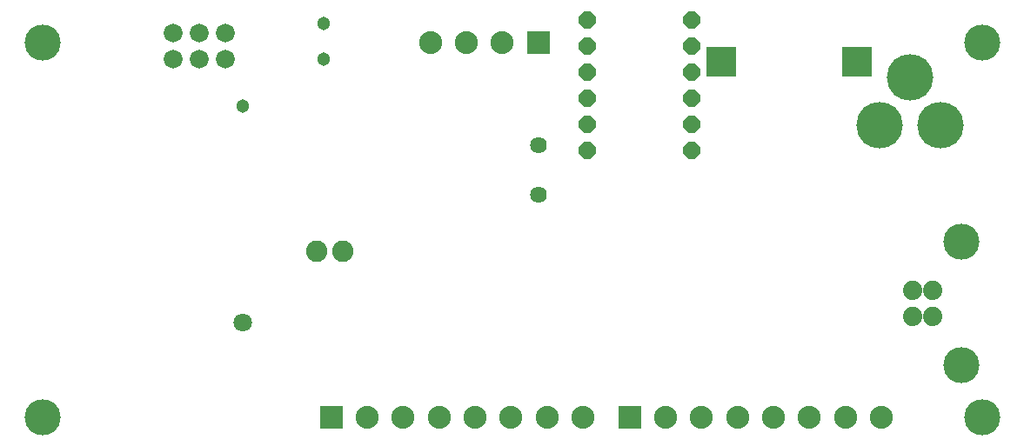
<source format=gbs>
G04 This is an RS-274x file exported by *
G04 gerbv version 2.6.0 *
G04 More information is available about gerbv at *
G04 http://gerbv.gpleda.org/ *
G04 --End of header info--*
%MOIN*%
%FSLAX34Y34*%
%IPPOS*%
G04 --Define apertures--*
%ADD10C,0.0640*%
%ADD11C,0.0513*%
%ADD12C,0.0710*%
%ADD13R,0.1175X0.1175*%
%ADD14C,0.1380*%
%ADD15R,0.0880X0.0880*%
%ADD16C,0.0880*%
%AMMACRO17*
5,1,8,0.000000,0.000000,0.069273,22.500000*
%
%ADD17MACRO17*%
%ADD18C,0.0720*%
%ADD19C,0.0820*%
%ADD20C,0.1780*%
%ADD21C,0.0740*%
G04 --Start main section--*
G54D10*
G01X0020596Y0010255D03*
G01X0020596Y0012155D03*
G54D11*
G01X0012375Y0015427D03*
G01X0012375Y0016805D03*
G01X0009269Y0013647D03*
G54D12*
G01X0009269Y0005340D03*
G54D13*
G01X0027621Y0015330D03*
G01X0032821Y0015330D03*
G54D14*
G01X0001596Y0001705D03*
G01X0001596Y0016080D03*
G01X0036791Y0008450D03*
G01X0036791Y0003710D03*
G01X0037596Y0001705D03*
G01X0037596Y0016080D03*
G54D15*
G01X0020596Y0016080D03*
G01X0024096Y0001705D03*
G01X0012661Y0001705D03*
G54D16*
G01X0014039Y0001705D03*
G01X0015417Y0001705D03*
G01X0016795Y0001705D03*
G01X0018173Y0001705D03*
G01X0019551Y0001705D03*
G01X0020929Y0001705D03*
G01X0022306Y0001705D03*
G01X0025474Y0001705D03*
G01X0026852Y0001705D03*
G01X0028230Y0001705D03*
G01X0029608Y0001705D03*
G01X0030986Y0001705D03*
G01X0032364Y0001705D03*
G01X0033742Y0001705D03*
G01X0019218Y0016080D03*
G01X0017840Y0016080D03*
G01X0016462Y0016080D03*
G54D17*
G01X0022471Y0015955D03*
G01X0022471Y0014955D03*
G01X0022471Y0013955D03*
G01X0022471Y0012955D03*
G01X0022471Y0011955D03*
G01X0026471Y0011955D03*
G01X0026471Y0012955D03*
G01X0026471Y0013955D03*
G01X0026471Y0014955D03*
G01X0026471Y0015955D03*
G01X0026471Y0016955D03*
G01X0022471Y0016955D03*
G54D18*
G01X0008596Y0016455D03*
G01X0007596Y0016455D03*
G01X0006596Y0016455D03*
G01X0006596Y0015455D03*
G01X0007596Y0015455D03*
G01X0008596Y0015455D03*
G54D19*
G01X0012096Y0008080D03*
G01X0013096Y0008080D03*
G54D20*
G01X0033657Y0012905D03*
G01X0036020Y0012905D03*
G01X0034838Y0014755D03*
G54D21*
G01X0034941Y0006572D03*
G01X0035721Y0006572D03*
G01X0035721Y0005588D03*
G01X0034941Y0005588D03*
M02*

</source>
